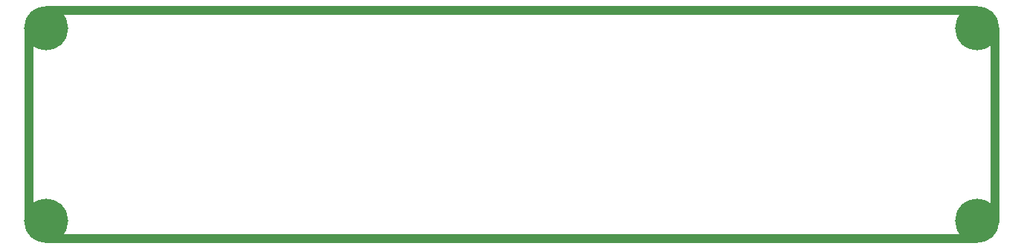
<source format=gbs>
G04*
G04 #@! TF.GenerationSoftware,Altium Limited,Altium Designer,23.3.1 (30)*
G04*
G04 Layer_Color=16711935*
%FSLAX25Y25*%
%MOIN*%
G70*
G04*
G04 #@! TF.SameCoordinates,AEED621E-3CD5-435C-AC93-41C8B311E913*
G04*
G04*
G04 #@! TF.FilePolarity,Negative*
G04*
G01*
G75*
%ADD33R,4.17323X0.03937*%
%ADD34R,0.03937X0.86614*%
%ADD50C,0.19764*%
%ADD51C,0.03032*%
%ADD56R,0.03937X0.87409*%
%ADD57R,4.18118X0.03937*%
D33*
X0Y51181D02*
D03*
D34*
X-216535Y-0D02*
D03*
D50*
X-208661Y43307D02*
D03*
Y-43307D02*
D03*
X208661D02*
D03*
Y43307D02*
D03*
D51*
X-90552Y51181D02*
D03*
X-98426D02*
D03*
X-94489D02*
D03*
X-106300D02*
D03*
X-102363D02*
D03*
X-114174D02*
D03*
X-110237D02*
D03*
X-122048D02*
D03*
X-118111D02*
D03*
X-129922D02*
D03*
X-125985D02*
D03*
X-137796D02*
D03*
X-133859D02*
D03*
X-145670D02*
D03*
X-141733D02*
D03*
X-149607D02*
D03*
X-157481D02*
D03*
X-153544D02*
D03*
X-169292D02*
D03*
X-173229D02*
D03*
X-177166D02*
D03*
X-181103D02*
D03*
X-185040D02*
D03*
X-188977D02*
D03*
X-200788D02*
D03*
X-192914D02*
D03*
X-196851D02*
D03*
X90551D02*
D03*
X94488D02*
D03*
X98425D02*
D03*
X102362D02*
D03*
X106299D02*
D03*
X110236D02*
D03*
X114173D02*
D03*
X118110D02*
D03*
X122047D02*
D03*
X125984D02*
D03*
X129921D02*
D03*
X133858D02*
D03*
X137795D02*
D03*
X141732D02*
D03*
X145669D02*
D03*
X157480D02*
D03*
X149606D02*
D03*
X153543D02*
D03*
X200787D02*
D03*
X169291D02*
D03*
X173228D02*
D03*
X177165D02*
D03*
X181102D02*
D03*
X185039D02*
D03*
X188976D02*
D03*
X192913D02*
D03*
X196850D02*
D03*
X216535Y-35433D02*
D03*
Y27559D02*
D03*
Y31496D02*
D03*
Y35433D02*
D03*
Y11811D02*
D03*
Y15748D02*
D03*
Y19685D02*
D03*
Y23622D02*
D03*
Y-3937D02*
D03*
Y0D02*
D03*
Y3937D02*
D03*
Y7874D02*
D03*
Y-19685D02*
D03*
Y-15748D02*
D03*
Y-11811D02*
D03*
Y-7874D02*
D03*
Y-31496D02*
D03*
Y-27559D02*
D03*
Y-23622D02*
D03*
X-216535Y-35433D02*
D03*
Y-23622D02*
D03*
Y-27559D02*
D03*
Y-31496D02*
D03*
Y-7874D02*
D03*
Y-11811D02*
D03*
Y-15748D02*
D03*
Y-19685D02*
D03*
Y7874D02*
D03*
Y3937D02*
D03*
Y-0D02*
D03*
Y-3937D02*
D03*
Y23622D02*
D03*
Y19685D02*
D03*
Y15748D02*
D03*
Y11811D02*
D03*
Y35433D02*
D03*
Y31496D02*
D03*
Y27559D02*
D03*
X-196850Y-51181D02*
D03*
X-192913D02*
D03*
X-188976D02*
D03*
X-200787D02*
D03*
X-122047D02*
D03*
X-118110D02*
D03*
X-114173D02*
D03*
X-137795D02*
D03*
X-133858D02*
D03*
X-129921D02*
D03*
X-125984D02*
D03*
X-153543D02*
D03*
X-149606D02*
D03*
X-145669D02*
D03*
X-141732D02*
D03*
X-169291D02*
D03*
X-165354D02*
D03*
X-161417D02*
D03*
X-157480D02*
D03*
X-185039D02*
D03*
X-181102D02*
D03*
X-177165D02*
D03*
X-173228D02*
D03*
X-47244D02*
D03*
X-43307D02*
D03*
X-39370D02*
D03*
X-62992D02*
D03*
X-59055D02*
D03*
X-55118D02*
D03*
X-51181D02*
D03*
X-78740D02*
D03*
X-74803D02*
D03*
X-70866D02*
D03*
X-66929D02*
D03*
X-94488D02*
D03*
X-90551D02*
D03*
X-86614D02*
D03*
X-82677D02*
D03*
X-110236D02*
D03*
X-106299D02*
D03*
X-102362D02*
D03*
X-98425D02*
D03*
X173228D02*
D03*
X169291D02*
D03*
X165354D02*
D03*
X188976D02*
D03*
X185039D02*
D03*
X181102D02*
D03*
X177165D02*
D03*
X200787D02*
D03*
X196850D02*
D03*
X192913D02*
D03*
X98425D02*
D03*
X94488D02*
D03*
X90551D02*
D03*
X114173D02*
D03*
X110236D02*
D03*
X106299D02*
D03*
X102362D02*
D03*
X129921D02*
D03*
X125984D02*
D03*
X122047D02*
D03*
X118110D02*
D03*
X145669D02*
D03*
X141732D02*
D03*
X137795D02*
D03*
X133858D02*
D03*
X161417D02*
D03*
X157480D02*
D03*
X153543D02*
D03*
X149606D02*
D03*
X74803D02*
D03*
X78740D02*
D03*
X82677D02*
D03*
X86614D02*
D03*
X59055D02*
D03*
X62992D02*
D03*
X66929D02*
D03*
X70866D02*
D03*
X43307D02*
D03*
X47244D02*
D03*
X51181D02*
D03*
X55118D02*
D03*
X27559D02*
D03*
X31496D02*
D03*
X35433D02*
D03*
X39370D02*
D03*
X11811D02*
D03*
X15748D02*
D03*
X19685D02*
D03*
X23622D02*
D03*
X-3937D02*
D03*
X0D02*
D03*
X3937D02*
D03*
X7874D02*
D03*
X-19685D02*
D03*
X-15748D02*
D03*
X-11811D02*
D03*
X-7874D02*
D03*
X-23622D02*
D03*
X-27559D02*
D03*
X-31496D02*
D03*
X-35433D02*
D03*
D56*
X216535Y-398D02*
D03*
D57*
X-398Y-51181D02*
D03*
M02*

</source>
